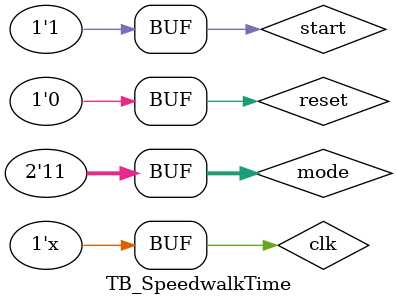
<source format=v>
`timescale 1ns / 1ps

module TB_SpeedwalkTime();

reg clk = 0;
reg start = 0;
reg[1:0] mode;
wire pulse;

always #1000 clk = ~clk;

PulseGenerator gen(clk, start, mode, pulse);

reg reset = 0;
wire [15:0] seconds;
wire [15:0] pulsecount;

SpeedwalkTime nyoooooom(clk, reset, pulse, seconds, pulsecount);  

initial begin
    mode = 2'b11;
    start = 1;
    #2000000000;
    #2000000000;
    #2000000000;
    reset = 1;
    #500000000;
    reset = 0;
    
end

endmodule

</source>
